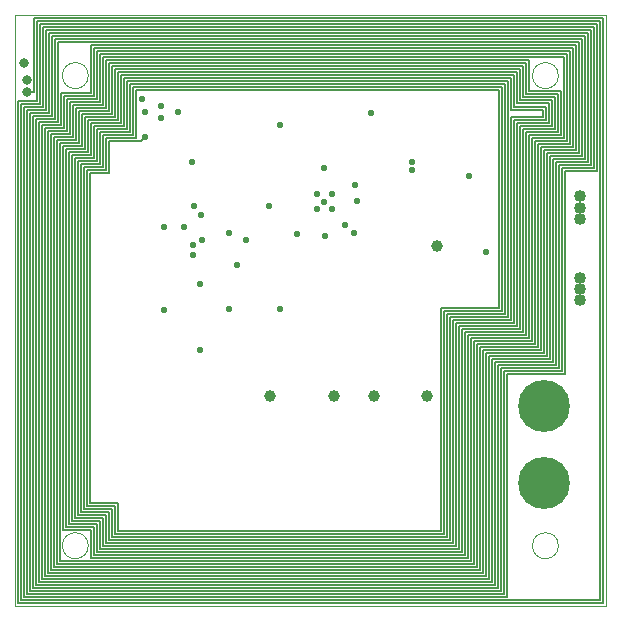
<source format=gbr>
%TF.GenerationSoftware,KiCad,Pcbnew,(5.1.4)-1*%
%TF.CreationDate,2019-12-19T17:58:06-07:00*%
%TF.ProjectId,SolarCell+Y,536f6c61-7243-4656-9c6c-2b592e6b6963,rev?*%
%TF.SameCoordinates,Original*%
%TF.FileFunction,Copper,L2,Inr*%
%TF.FilePolarity,Positive*%
%FSLAX46Y46*%
G04 Gerber Fmt 4.6, Leading zero omitted, Abs format (unit mm)*
G04 Created by KiCad (PCBNEW (5.1.4)-1) date 2019-12-19 17:58:06*
%MOMM*%
%LPD*%
G04 APERTURE LIST*
%ADD10C,0.050000*%
%ADD11C,1.000000*%
%ADD12C,1.016000*%
%ADD13C,4.400000*%
%ADD14C,0.584200*%
%ADD15C,0.800000*%
%ADD16C,0.127000*%
G04 APERTURE END LIST*
D10*
X200000000Y-40000000D02*
X150000000Y-40000000D01*
X150000000Y-90000000D02*
X200000000Y-90000000D01*
X150000000Y-40000000D02*
X150000000Y-90000000D01*
X196000000Y-45100000D02*
G75*
G03X196000000Y-45100000I-1100000J0D01*
G01*
X156200000Y-84900000D02*
G75*
G03X156200000Y-84900000I-1100000J0D01*
G01*
X156200000Y-45100000D02*
G75*
G03X156200000Y-45100000I-1100000J0D01*
G01*
X196000000Y-84900000D02*
G75*
G03X196000000Y-84900000I-1100000J0D01*
G01*
X200000000Y-90000000D02*
X200000000Y-40000000D01*
D11*
X185750200Y-59512200D03*
X184835800Y-72263000D03*
X176987200Y-72263000D03*
X171602400Y-72263000D03*
X180424666Y-72263000D03*
D12*
X197866000Y-64130000D03*
X197866000Y-55330000D03*
X197866000Y-63180000D03*
X197866000Y-62230000D03*
X197866000Y-56280000D03*
X197866000Y-57230000D03*
D13*
X194800000Y-73100000D03*
X194800000Y-79600000D03*
D14*
X183593740Y-52415440D03*
X183593740Y-53050440D03*
X160978844Y-48166883D03*
X165112690Y-56134000D03*
X178796228Y-54378747D03*
X176174400Y-55806340D03*
X175574980Y-55144184D03*
X176844980Y-55144184D03*
X175567340Y-56413400D03*
X176844980Y-56388784D03*
X164338000Y-57912000D03*
X162575240Y-57912000D03*
X172417740Y-49303940D03*
X168148000Y-64897000D03*
X172466000Y-64897000D03*
X178689000Y-58420000D03*
X162585400Y-64947800D03*
X165684200Y-62738000D03*
X165684200Y-68300600D03*
X168148000Y-58420000D03*
X164973000Y-52451000D03*
X168783000Y-61147520D03*
X189865000Y-60071000D03*
X163830000Y-48196500D03*
X165713339Y-56881065D03*
X188468000Y-53594000D03*
X165862000Y-59055000D03*
X165100000Y-59436026D03*
X165100000Y-60325000D03*
D15*
X151000000Y-46500000D03*
X151000000Y-45500000D03*
D14*
X161036000Y-50292000D03*
D15*
X150749000Y-44005500D03*
D14*
X160782000Y-47117000D03*
X162359712Y-47637690D03*
X162369500Y-48662193D03*
X169560240Y-59019440D03*
X176184580Y-52959784D03*
X177942240Y-57749440D03*
X171528750Y-56161940D03*
X176222019Y-58642013D03*
X173878240Y-58471590D03*
X180164740Y-48224440D03*
X178954084Y-55753784D03*
D16*
X160655000Y-50673000D02*
X161036000Y-50292000D01*
X157988000Y-50673000D02*
X160655000Y-50673000D01*
X157988000Y-53340000D02*
X157988000Y-50673000D01*
X156337000Y-53340000D02*
X157988000Y-53340000D01*
X158750000Y-81280000D02*
X156337000Y-81280000D01*
X158750000Y-83693000D02*
X158750000Y-81280000D01*
X186055000Y-83693000D02*
X158750000Y-83693000D01*
X186055000Y-64770000D02*
X186055000Y-83693000D01*
X190944500Y-64770000D02*
X186055000Y-64770000D01*
X190944500Y-46355000D02*
X190944500Y-64770000D01*
X160274000Y-46355000D02*
X190944500Y-46355000D01*
X160274000Y-50355500D02*
X160274000Y-46355000D01*
X157670500Y-50355500D02*
X160274000Y-50355500D01*
X157670500Y-53086000D02*
X157670500Y-50355500D01*
X156083000Y-53086000D02*
X157670500Y-53086000D01*
X156083000Y-81534000D02*
X156083000Y-53086000D01*
X158496000Y-81534000D02*
X156083000Y-81534000D01*
X158496000Y-83947000D02*
X158496000Y-81534000D01*
X186309000Y-83947000D02*
X158496000Y-83947000D01*
X186309000Y-65024000D02*
X186309000Y-83947000D01*
X191198500Y-65024000D02*
X186309000Y-65024000D01*
X191198500Y-46101000D02*
X191198500Y-65024000D01*
X160020000Y-46101000D02*
X191198500Y-46101000D01*
X160020000Y-50101500D02*
X160020000Y-46101000D01*
X157416500Y-50101500D02*
X160020000Y-50101500D01*
X157416500Y-52832000D02*
X157416500Y-50101500D01*
X155829000Y-52832000D02*
X157416500Y-52832000D01*
X155829000Y-81788000D02*
X155829000Y-52832000D01*
X158242000Y-81788000D02*
X155829000Y-81788000D01*
X158242000Y-84201000D02*
X158242000Y-81788000D01*
X156337000Y-81280000D02*
X156337000Y-53340000D01*
X158750000Y-44831000D02*
X192532000Y-44831000D01*
X187325000Y-84963000D02*
X157480000Y-84963000D01*
X154559000Y-83058000D02*
X154559000Y-51562000D01*
X191960500Y-48641000D02*
X191960500Y-65786000D01*
X156972000Y-83058000D02*
X154559000Y-83058000D01*
X159512000Y-49593500D02*
X159512000Y-45593000D01*
X156972000Y-85471000D02*
X156972000Y-83058000D01*
X192278000Y-45085000D02*
X192278000Y-47752000D01*
X187833000Y-85471000D02*
X156972000Y-85471000D01*
X156908500Y-52324000D02*
X156908500Y-49593500D01*
X187833000Y-66548000D02*
X187833000Y-85471000D01*
X157988000Y-82042000D02*
X155575000Y-82042000D01*
X192722500Y-66548000D02*
X187833000Y-66548000D01*
X186563000Y-65278000D02*
X186563000Y-84201000D01*
X192722500Y-49403000D02*
X192722500Y-66548000D01*
X192024000Y-45339000D02*
X192024000Y-48006000D01*
X195453000Y-49403000D02*
X192722500Y-49403000D01*
X159512000Y-45593000D02*
X191706500Y-45593000D01*
X195453000Y-47180500D02*
X195453000Y-49403000D01*
X157480000Y-84963000D02*
X157480000Y-82550000D01*
X192786000Y-47180500D02*
X195453000Y-47180500D01*
X155067000Y-82550000D02*
X155067000Y-52070000D01*
X192786000Y-44577000D02*
X192786000Y-47180500D01*
X154813000Y-51816000D02*
X156400500Y-51816000D01*
X158496000Y-44577000D02*
X192786000Y-44577000D01*
X154813000Y-82804000D02*
X154813000Y-51816000D01*
X158496000Y-48577500D02*
X158496000Y-44577000D01*
X186817000Y-65532000D02*
X186817000Y-84455000D01*
X155892500Y-48577500D02*
X158496000Y-48577500D01*
X156908500Y-49593500D02*
X159512000Y-49593500D01*
X155892500Y-51308000D02*
X155892500Y-48577500D01*
X157480000Y-82550000D02*
X155067000Y-82550000D01*
X154305000Y-51308000D02*
X155892500Y-51308000D01*
X157226000Y-82804000D02*
X154813000Y-82804000D01*
X154305000Y-83312000D02*
X154305000Y-51308000D01*
X155575000Y-82042000D02*
X155575000Y-52578000D01*
X156718000Y-83312000D02*
X154305000Y-83312000D01*
X157734000Y-82296000D02*
X155321000Y-82296000D01*
X156718000Y-85725000D02*
X156718000Y-83312000D01*
X195199000Y-49149000D02*
X192468500Y-49149000D01*
X188087000Y-85725000D02*
X156718000Y-85725000D01*
X191706500Y-65532000D02*
X186817000Y-65532000D01*
X188087000Y-66802000D02*
X188087000Y-85725000D01*
X192468500Y-66294000D02*
X187579000Y-66294000D01*
X192976500Y-66802000D02*
X188087000Y-66802000D01*
X191960500Y-65786000D02*
X187071000Y-65786000D01*
X192976500Y-49657000D02*
X192976500Y-66802000D01*
X192532000Y-44831000D02*
X192532000Y-47434500D01*
X195707000Y-49657000D02*
X192976500Y-49657000D01*
X187071000Y-65786000D02*
X187071000Y-84709000D01*
X195707000Y-46926500D02*
X195707000Y-49657000D01*
X192214500Y-66040000D02*
X187325000Y-66040000D01*
X193040000Y-46926500D02*
X195707000Y-46926500D01*
X186817000Y-84455000D02*
X157988000Y-84455000D01*
X193040000Y-44323000D02*
X193040000Y-46926500D01*
X155067000Y-52070000D02*
X156654500Y-52070000D01*
X158242000Y-44323000D02*
X193040000Y-44323000D01*
X156654500Y-52070000D02*
X156654500Y-49339500D01*
X158242000Y-48323500D02*
X158242000Y-44323000D01*
X192468500Y-49149000D02*
X192468500Y-66294000D01*
X155638500Y-48323500D02*
X158242000Y-48323500D01*
X156400500Y-49085500D02*
X159004000Y-49085500D01*
X155638500Y-51054000D02*
X155638500Y-48323500D01*
X191452500Y-45847000D02*
X191452500Y-65278000D01*
X154051000Y-51054000D02*
X155638500Y-51054000D01*
X192214500Y-48895000D02*
X192214500Y-66040000D01*
X154051000Y-83566000D02*
X154051000Y-51054000D01*
X159004000Y-45085000D02*
X192278000Y-45085000D01*
X156464000Y-83566000D02*
X154051000Y-83566000D01*
X191452500Y-65278000D02*
X186563000Y-65278000D01*
X156464000Y-85979000D02*
X156464000Y-83566000D01*
X192532000Y-47434500D02*
X195199000Y-47434500D01*
X188341000Y-85979000D02*
X156464000Y-85979000D01*
X155321000Y-52324000D02*
X156908500Y-52324000D01*
X188341000Y-67056000D02*
X188341000Y-85979000D01*
X156400500Y-51816000D02*
X156400500Y-49085500D01*
X193230500Y-67056000D02*
X188341000Y-67056000D01*
X159766000Y-45847000D02*
X191452500Y-45847000D01*
X193230500Y-49911000D02*
X193230500Y-67056000D01*
X195199000Y-47434500D02*
X195199000Y-49149000D01*
X195961000Y-49911000D02*
X193230500Y-49911000D01*
X187071000Y-84709000D02*
X157734000Y-84709000D01*
X195961000Y-46672500D02*
X195961000Y-49911000D01*
X159258000Y-45339000D02*
X192024000Y-45339000D01*
X193294000Y-46672500D02*
X195961000Y-46672500D01*
X187325000Y-66040000D02*
X187325000Y-84963000D01*
X193294000Y-44069000D02*
X193294000Y-46672500D01*
X192024000Y-48006000D02*
X194691000Y-48006000D01*
X157988000Y-44069000D02*
X193294000Y-44069000D01*
X152019000Y-49022000D02*
X153606500Y-49022000D01*
X157226000Y-85217000D02*
X157226000Y-82804000D01*
X196215000Y-46418500D02*
X196215000Y-50165000D01*
X152019000Y-88011000D02*
X152019000Y-49022000D01*
X190373000Y-88011000D02*
X152019000Y-88011000D01*
X195262500Y-51943000D02*
X195262500Y-69088000D01*
X159766000Y-49847500D02*
X159766000Y-45847000D01*
X155384500Y-50800000D02*
X155384500Y-48069500D01*
X197993000Y-42037000D02*
X197993000Y-51943000D01*
X190627000Y-69342000D02*
X190627000Y-88265000D01*
X157162500Y-52578000D02*
X157162500Y-49847500D01*
X153779302Y-50817698D02*
X153797000Y-50800000D01*
X195516500Y-52197000D02*
X195516500Y-69342000D01*
X198247000Y-52197000D02*
X195516500Y-52197000D01*
X198247000Y-41783000D02*
X198247000Y-52197000D01*
X191706500Y-45593000D02*
X191706500Y-65532000D01*
X157988000Y-48069500D02*
X157988000Y-44069000D01*
X153098500Y-41783000D02*
X198247000Y-41783000D01*
X153098500Y-48514000D02*
X153098500Y-41783000D01*
X151511000Y-48514000D02*
X153098500Y-48514000D01*
X151511000Y-88519000D02*
X151511000Y-48514000D01*
X190881000Y-69596000D02*
X190881000Y-88519000D01*
X195770500Y-69596000D02*
X190881000Y-69596000D01*
X157162500Y-49847500D02*
X159766000Y-49847500D01*
X196215000Y-50165000D02*
X193484500Y-50165000D01*
X198501000Y-52451000D02*
X195770500Y-52451000D01*
X198501000Y-41529000D02*
X198501000Y-52451000D01*
X152844500Y-41529000D02*
X198501000Y-41529000D01*
X152844500Y-48260000D02*
X152844500Y-41529000D01*
X151257000Y-48260000D02*
X152844500Y-48260000D01*
X151257000Y-88773000D02*
X151257000Y-48260000D01*
X191135000Y-88773000D02*
X151257000Y-88773000D01*
X194945000Y-47752000D02*
X194945000Y-48895000D01*
X155130500Y-50546000D02*
X155130500Y-47815500D01*
X191135000Y-69850000D02*
X191135000Y-88773000D01*
X196024500Y-69850000D02*
X191135000Y-69850000D01*
X155575000Y-52578000D02*
X157162500Y-52578000D01*
X153543000Y-50546000D02*
X155130500Y-50546000D01*
X196024500Y-52705000D02*
X196024500Y-69850000D01*
X198755000Y-52705000D02*
X196024500Y-52705000D01*
X198755000Y-41275000D02*
X198755000Y-52705000D01*
X152590500Y-41275000D02*
X198755000Y-41275000D01*
X151765000Y-88265000D02*
X151765000Y-48768000D01*
X152590500Y-48006000D02*
X152590500Y-41275000D01*
X151003000Y-48006000D02*
X152590500Y-48006000D01*
X152082500Y-47478502D02*
X152082500Y-40767000D01*
X195262500Y-69088000D02*
X190373000Y-69088000D01*
X150495000Y-89535000D02*
X150495000Y-47520001D01*
X199517000Y-89535000D02*
X150495000Y-89535000D01*
X151000000Y-89024000D02*
X151000000Y-48009000D01*
X151828500Y-40513000D02*
X199517000Y-40513000D01*
X153352500Y-42037000D02*
X197993000Y-42037000D01*
X192278000Y-47752000D02*
X194945000Y-47752000D01*
X153779302Y-86215302D02*
X153779302Y-50817698D01*
X196278500Y-52959000D02*
X196278500Y-70104000D01*
X151828500Y-47244000D02*
X151828500Y-40513000D01*
X150495000Y-47520001D02*
X152041001Y-47520001D01*
X190881000Y-88519000D02*
X151511000Y-88519000D01*
X150215510Y-47244000D02*
X151828500Y-47244000D01*
X199009000Y-52959000D02*
X196278500Y-52959000D01*
X197993000Y-51943000D02*
X195262500Y-51943000D01*
X150215510Y-89784490D02*
X150215510Y-47244000D01*
X151565685Y-46500000D02*
X151590501Y-46475184D01*
X190373000Y-69088000D02*
X190373000Y-88011000D01*
X151000000Y-46500000D02*
X151565685Y-46500000D01*
X151590501Y-46475184D02*
X151590501Y-40259000D01*
X151765000Y-48768000D02*
X153352500Y-48768000D01*
X151590501Y-40259000D02*
X199771000Y-40259000D01*
X199771000Y-40259000D02*
X199771000Y-89784490D01*
X194691000Y-48641000D02*
X191960500Y-48641000D01*
X153797000Y-86233000D02*
X153779302Y-86215302D01*
X190627000Y-88265000D02*
X151765000Y-88265000D01*
X199517000Y-40513000D02*
X199517000Y-89535000D01*
X153606500Y-49022000D02*
X153606500Y-42291000D01*
X151003000Y-89027000D02*
X151000000Y-89024000D01*
X152041001Y-47520001D02*
X152082500Y-47478502D01*
X199771000Y-89784490D02*
X150215510Y-89784490D01*
X152336500Y-41021000D02*
X199009000Y-41021000D01*
X195516500Y-69342000D02*
X190627000Y-69342000D01*
X152082500Y-40767000D02*
X199263000Y-40767000D01*
X199263000Y-40767000D02*
X199263000Y-53213000D01*
X150749000Y-47752000D02*
X152336500Y-47752000D01*
X199263000Y-53213000D02*
X196532500Y-53213000D01*
X196532500Y-53213000D02*
X196532500Y-70358000D01*
X191389000Y-70104000D02*
X191389000Y-89027000D01*
X196532500Y-70358000D02*
X191643000Y-70358000D01*
X191643000Y-70358000D02*
X191643000Y-89281000D01*
X191643000Y-89281000D02*
X150749000Y-89281000D01*
X150749000Y-89281000D02*
X150749000Y-47752000D01*
X195770500Y-52451000D02*
X195770500Y-69596000D01*
X194945000Y-48895000D02*
X192214500Y-48895000D01*
X193484500Y-50165000D02*
X193484500Y-67310000D01*
X196278500Y-70104000D02*
X191389000Y-70104000D01*
X152336500Y-47752000D02*
X152336500Y-41021000D01*
X151000000Y-48009000D02*
X151003000Y-48006000D01*
X159004000Y-49085500D02*
X159004000Y-45085000D01*
X157734000Y-43815000D02*
X193548000Y-43815000D01*
X199009000Y-41021000D02*
X199009000Y-52959000D01*
X153352500Y-48768000D02*
X153352500Y-42037000D01*
X191389000Y-89027000D02*
X151003000Y-89027000D01*
X153606500Y-42291000D02*
X197739000Y-42291000D01*
X197739000Y-42291000D02*
X197739000Y-51689000D01*
X197739000Y-51689000D02*
X195008500Y-51689000D01*
X195008500Y-51689000D02*
X195008500Y-68834000D01*
X195008500Y-68834000D02*
X190119000Y-68834000D01*
X190119000Y-68834000D02*
X190119000Y-87757000D01*
X190119000Y-87757000D02*
X152273000Y-87757000D01*
X152273000Y-87757000D02*
X152273000Y-49276000D01*
X152273000Y-49276000D02*
X153860500Y-49276000D01*
X153860500Y-49276000D02*
X153860500Y-46545500D01*
X153860500Y-46545500D02*
X156464000Y-46545500D01*
X157734000Y-84709000D02*
X157734000Y-82296000D01*
X155130500Y-47815500D02*
X157734000Y-47815500D01*
X156464000Y-46545500D02*
X156464000Y-42545000D01*
X156464000Y-42545000D02*
X197485000Y-42545000D01*
X197485000Y-42545000D02*
X197485000Y-51435000D01*
X186563000Y-84201000D02*
X158242000Y-84201000D01*
X193548000Y-43815000D02*
X193548000Y-46418500D01*
X197485000Y-51435000D02*
X194754500Y-51435000D01*
X194754500Y-51435000D02*
X194754500Y-68580000D01*
X159258000Y-49339500D02*
X159258000Y-45339000D01*
X157734000Y-47815500D02*
X157734000Y-43815000D01*
X194754500Y-68580000D02*
X189865000Y-68580000D01*
X189865000Y-68580000D02*
X189865000Y-87503000D01*
X189865000Y-87503000D02*
X152527000Y-87503000D01*
X155321000Y-82296000D02*
X155321000Y-52324000D01*
X188595000Y-86233000D02*
X153797000Y-86233000D01*
X152527000Y-87503000D02*
X152527000Y-49530000D01*
X156654500Y-49339500D02*
X159258000Y-49339500D01*
X153797000Y-50800000D02*
X155384500Y-50800000D01*
X152527000Y-49530000D02*
X154114500Y-49530000D01*
X154114500Y-49530000D02*
X154114500Y-46799500D01*
X154114500Y-46799500D02*
X156718000Y-46799500D01*
X156718000Y-46799500D02*
X156718000Y-42799000D01*
X194691000Y-48006000D02*
X194691000Y-48641000D01*
X193484500Y-67310000D02*
X188595000Y-67310000D01*
X156718000Y-42799000D02*
X197231000Y-42799000D01*
X187579000Y-66294000D02*
X187579000Y-85217000D01*
X193548000Y-46418500D02*
X196215000Y-46418500D01*
X197231000Y-42799000D02*
X197231000Y-51181000D01*
X187579000Y-85217000D02*
X157226000Y-85217000D01*
X155384500Y-48069500D02*
X157988000Y-48069500D01*
X197231000Y-51181000D02*
X194500500Y-51181000D01*
X194500500Y-51181000D02*
X194500500Y-68326000D01*
X194500500Y-68326000D02*
X189611000Y-68326000D01*
X189611000Y-68326000D02*
X189611000Y-87249000D01*
X189611000Y-87249000D02*
X152781000Y-87249000D01*
X152781000Y-87249000D02*
X152781000Y-49784000D01*
X152781000Y-49784000D02*
X154368500Y-49784000D01*
X154368500Y-49784000D02*
X154368500Y-47053500D01*
X154559000Y-51562000D02*
X156146500Y-51562000D01*
X154368500Y-47053500D02*
X156972000Y-47053500D01*
X156972000Y-47053500D02*
X156972000Y-43053000D01*
X156972000Y-43053000D02*
X196977000Y-43053000D01*
X196977000Y-43053000D02*
X196977000Y-50927000D01*
X196977000Y-50927000D02*
X194246500Y-50927000D01*
X194246500Y-50927000D02*
X194246500Y-68072000D01*
X194246500Y-68072000D02*
X189357000Y-68072000D01*
X189357000Y-68072000D02*
X189357000Y-86995000D01*
X189357000Y-86995000D02*
X153035000Y-86995000D01*
X156146500Y-48831500D02*
X158750000Y-48831500D01*
X153035000Y-86995000D02*
X153035000Y-50038000D01*
X153035000Y-50038000D02*
X154622500Y-50038000D01*
X158750000Y-48831500D02*
X158750000Y-44831000D01*
X154622500Y-50038000D02*
X154622500Y-47307500D01*
X156146500Y-51562000D02*
X156146500Y-48831500D01*
X154622500Y-47307500D02*
X157226000Y-47307500D01*
X157226000Y-47307500D02*
X157226000Y-43307000D01*
X157226000Y-43307000D02*
X196723000Y-43307000D01*
X196723000Y-43307000D02*
X196723000Y-50673000D01*
X196723000Y-50673000D02*
X193992500Y-50673000D01*
X193992500Y-50673000D02*
X193992500Y-67818000D01*
X193992500Y-67818000D02*
X189103000Y-67818000D01*
X189103000Y-67818000D02*
X189103000Y-86741000D01*
X189103000Y-86741000D02*
X153289000Y-86741000D01*
X153289000Y-86741000D02*
X153289000Y-50292000D01*
X153289000Y-50292000D02*
X154876500Y-50292000D01*
X154876500Y-50292000D02*
X154876500Y-47561500D01*
X154876500Y-47561500D02*
X157480000Y-47561500D01*
X157480000Y-47561500D02*
X157480000Y-43561000D01*
X157480000Y-43561000D02*
X196469000Y-43561000D01*
X196469000Y-43561000D02*
X196469000Y-50419000D01*
X196469000Y-50419000D02*
X193738500Y-50419000D01*
X193738500Y-50419000D02*
X193738500Y-67564000D01*
X193738500Y-67564000D02*
X188849000Y-67564000D01*
X188849000Y-67564000D02*
X188849000Y-86487000D01*
X188849000Y-86487000D02*
X153543000Y-86487000D01*
X153543000Y-86487000D02*
X153543000Y-50546000D01*
X157988000Y-84455000D02*
X157988000Y-82042000D01*
X188595000Y-67310000D02*
X188595000Y-86233000D01*
M02*

</source>
